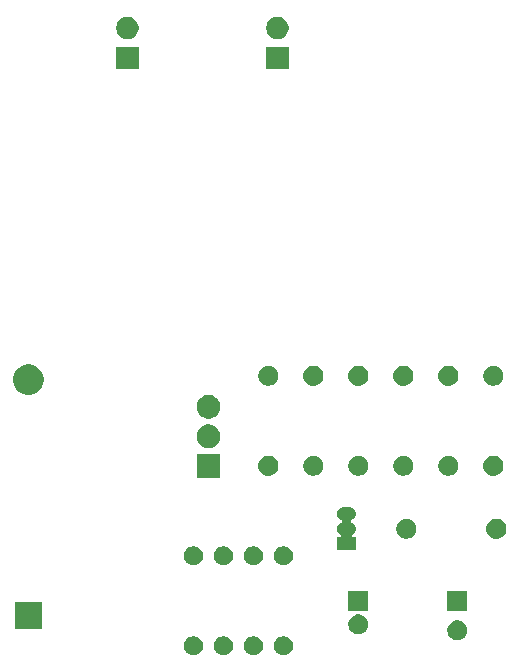
<source format=gts>
G04 #@! TF.GenerationSoftware,KiCad,Pcbnew,(5.0.2)-1*
G04 #@! TF.CreationDate,2019-01-01T16:04:13-08:00*
G04 #@! TF.ProjectId,555_Badge,3535355f-4261-4646-9765-2e6b69636164,v01*
G04 #@! TF.SameCoordinates,Original*
G04 #@! TF.FileFunction,Soldermask,Top*
G04 #@! TF.FilePolarity,Negative*
%FSLAX46Y46*%
G04 Gerber Fmt 4.6, Leading zero omitted, Abs format (unit mm)*
G04 Created by KiCad (PCBNEW (5.0.2)-1) date 1/1/2019 4:04:13 PM*
%MOMM*%
%LPD*%
G01*
G04 APERTURE LIST*
%ADD10C,0.100000*%
G04 APERTURE END LIST*
D10*
G36*
X153399085Y-123932435D02*
X153547004Y-123993705D01*
X153680133Y-124082659D01*
X153793341Y-124195867D01*
X153882295Y-124328996D01*
X153943565Y-124476915D01*
X153974800Y-124633945D01*
X153974800Y-124794055D01*
X153943565Y-124951085D01*
X153882295Y-125099004D01*
X153793341Y-125232133D01*
X153680133Y-125345341D01*
X153547004Y-125434295D01*
X153399085Y-125495565D01*
X153242055Y-125526800D01*
X153081945Y-125526800D01*
X152924915Y-125495565D01*
X152776996Y-125434295D01*
X152643867Y-125345341D01*
X152530659Y-125232133D01*
X152441705Y-125099004D01*
X152380435Y-124951085D01*
X152349200Y-124794055D01*
X152349200Y-124633945D01*
X152380435Y-124476915D01*
X152441705Y-124328996D01*
X152530659Y-124195867D01*
X152643867Y-124082659D01*
X152776996Y-123993705D01*
X152924915Y-123932435D01*
X153081945Y-123901200D01*
X153242055Y-123901200D01*
X153399085Y-123932435D01*
X153399085Y-123932435D01*
G37*
G36*
X155939085Y-123932435D02*
X156087004Y-123993705D01*
X156220133Y-124082659D01*
X156333341Y-124195867D01*
X156422295Y-124328996D01*
X156483565Y-124476915D01*
X156514800Y-124633945D01*
X156514800Y-124794055D01*
X156483565Y-124951085D01*
X156422295Y-125099004D01*
X156333341Y-125232133D01*
X156220133Y-125345341D01*
X156087004Y-125434295D01*
X155939085Y-125495565D01*
X155782055Y-125526800D01*
X155621945Y-125526800D01*
X155464915Y-125495565D01*
X155316996Y-125434295D01*
X155183867Y-125345341D01*
X155070659Y-125232133D01*
X154981705Y-125099004D01*
X154920435Y-124951085D01*
X154889200Y-124794055D01*
X154889200Y-124633945D01*
X154920435Y-124476915D01*
X154981705Y-124328996D01*
X155070659Y-124195867D01*
X155183867Y-124082659D01*
X155316996Y-123993705D01*
X155464915Y-123932435D01*
X155621945Y-123901200D01*
X155782055Y-123901200D01*
X155939085Y-123932435D01*
X155939085Y-123932435D01*
G37*
G36*
X161019085Y-123932435D02*
X161167004Y-123993705D01*
X161300133Y-124082659D01*
X161413341Y-124195867D01*
X161502295Y-124328996D01*
X161563565Y-124476915D01*
X161594800Y-124633945D01*
X161594800Y-124794055D01*
X161563565Y-124951085D01*
X161502295Y-125099004D01*
X161413341Y-125232133D01*
X161300133Y-125345341D01*
X161167004Y-125434295D01*
X161019085Y-125495565D01*
X160862055Y-125526800D01*
X160701945Y-125526800D01*
X160544915Y-125495565D01*
X160396996Y-125434295D01*
X160263867Y-125345341D01*
X160150659Y-125232133D01*
X160061705Y-125099004D01*
X160000435Y-124951085D01*
X159969200Y-124794055D01*
X159969200Y-124633945D01*
X160000435Y-124476915D01*
X160061705Y-124328996D01*
X160150659Y-124195867D01*
X160263867Y-124082659D01*
X160396996Y-123993705D01*
X160544915Y-123932435D01*
X160701945Y-123901200D01*
X160862055Y-123901200D01*
X161019085Y-123932435D01*
X161019085Y-123932435D01*
G37*
G36*
X158479085Y-123932435D02*
X158627004Y-123993705D01*
X158760133Y-124082659D01*
X158873341Y-124195867D01*
X158962295Y-124328996D01*
X159023565Y-124476915D01*
X159054800Y-124633945D01*
X159054800Y-124794055D01*
X159023565Y-124951085D01*
X158962295Y-125099004D01*
X158873341Y-125232133D01*
X158760133Y-125345341D01*
X158627004Y-125434295D01*
X158479085Y-125495565D01*
X158322055Y-125526800D01*
X158161945Y-125526800D01*
X158004915Y-125495565D01*
X157856996Y-125434295D01*
X157723867Y-125345341D01*
X157610659Y-125232133D01*
X157521705Y-125099004D01*
X157460435Y-124951085D01*
X157429200Y-124794055D01*
X157429200Y-124633945D01*
X157460435Y-124476915D01*
X157521705Y-124328996D01*
X157610659Y-124195867D01*
X157723867Y-124082659D01*
X157856996Y-123993705D01*
X158004915Y-123932435D01*
X158161945Y-123901200D01*
X158322055Y-123901200D01*
X158479085Y-123932435D01*
X158479085Y-123932435D01*
G37*
G36*
X175762169Y-122585895D02*
X175917005Y-122650031D01*
X176056354Y-122743140D01*
X176174860Y-122861646D01*
X176267969Y-123000995D01*
X176332105Y-123155831D01*
X176364800Y-123320203D01*
X176364800Y-123487797D01*
X176332105Y-123652169D01*
X176267969Y-123807005D01*
X176174860Y-123946354D01*
X176056354Y-124064860D01*
X175917005Y-124157969D01*
X175762169Y-124222105D01*
X175597797Y-124254800D01*
X175430203Y-124254800D01*
X175265831Y-124222105D01*
X175110995Y-124157969D01*
X174971646Y-124064860D01*
X174853140Y-123946354D01*
X174760031Y-123807005D01*
X174695895Y-123652169D01*
X174663200Y-123487797D01*
X174663200Y-123320203D01*
X174695895Y-123155831D01*
X174760031Y-123000995D01*
X174853140Y-122861646D01*
X174971646Y-122743140D01*
X175110995Y-122650031D01*
X175265831Y-122585895D01*
X175430203Y-122553200D01*
X175597797Y-122553200D01*
X175762169Y-122585895D01*
X175762169Y-122585895D01*
G37*
G36*
X167380169Y-122085895D02*
X167535005Y-122150031D01*
X167674354Y-122243140D01*
X167792860Y-122361646D01*
X167885969Y-122500995D01*
X167950105Y-122655831D01*
X167982800Y-122820203D01*
X167982800Y-122987797D01*
X167950105Y-123152169D01*
X167885969Y-123307005D01*
X167792860Y-123446354D01*
X167674354Y-123564860D01*
X167535005Y-123657969D01*
X167380169Y-123722105D01*
X167215797Y-123754800D01*
X167048203Y-123754800D01*
X166883831Y-123722105D01*
X166728995Y-123657969D01*
X166589646Y-123564860D01*
X166471140Y-123446354D01*
X166378031Y-123307005D01*
X166313895Y-123152169D01*
X166281200Y-122987797D01*
X166281200Y-122820203D01*
X166313895Y-122655831D01*
X166378031Y-122500995D01*
X166471140Y-122361646D01*
X166589646Y-122243140D01*
X166728995Y-122150031D01*
X166883831Y-122085895D01*
X167048203Y-122053200D01*
X167215797Y-122053200D01*
X167380169Y-122085895D01*
X167380169Y-122085895D01*
G37*
G36*
X140327800Y-123309800D02*
X138056200Y-123309800D01*
X138056200Y-121038200D01*
X140327800Y-121038200D01*
X140327800Y-123309800D01*
X140327800Y-123309800D01*
G37*
G36*
X176364800Y-121754800D02*
X174663200Y-121754800D01*
X174663200Y-120053200D01*
X176364800Y-120053200D01*
X176364800Y-121754800D01*
X176364800Y-121754800D01*
G37*
G36*
X167982800Y-121754800D02*
X166281200Y-121754800D01*
X166281200Y-120053200D01*
X167982800Y-120053200D01*
X167982800Y-121754800D01*
X167982800Y-121754800D01*
G37*
G36*
X161019085Y-116312435D02*
X161167004Y-116373705D01*
X161300133Y-116462659D01*
X161413341Y-116575867D01*
X161502295Y-116708996D01*
X161563565Y-116856915D01*
X161594800Y-117013945D01*
X161594800Y-117174055D01*
X161563565Y-117331085D01*
X161502295Y-117479004D01*
X161413341Y-117612133D01*
X161300133Y-117725341D01*
X161167004Y-117814295D01*
X161019085Y-117875565D01*
X160862055Y-117906800D01*
X160701945Y-117906800D01*
X160544915Y-117875565D01*
X160396996Y-117814295D01*
X160263867Y-117725341D01*
X160150659Y-117612133D01*
X160061705Y-117479004D01*
X160000435Y-117331085D01*
X159969200Y-117174055D01*
X159969200Y-117013945D01*
X160000435Y-116856915D01*
X160061705Y-116708996D01*
X160150659Y-116575867D01*
X160263867Y-116462659D01*
X160396996Y-116373705D01*
X160544915Y-116312435D01*
X160701945Y-116281200D01*
X160862055Y-116281200D01*
X161019085Y-116312435D01*
X161019085Y-116312435D01*
G37*
G36*
X155939085Y-116312435D02*
X156087004Y-116373705D01*
X156220133Y-116462659D01*
X156333341Y-116575867D01*
X156422295Y-116708996D01*
X156483565Y-116856915D01*
X156514800Y-117013945D01*
X156514800Y-117174055D01*
X156483565Y-117331085D01*
X156422295Y-117479004D01*
X156333341Y-117612133D01*
X156220133Y-117725341D01*
X156087004Y-117814295D01*
X155939085Y-117875565D01*
X155782055Y-117906800D01*
X155621945Y-117906800D01*
X155464915Y-117875565D01*
X155316996Y-117814295D01*
X155183867Y-117725341D01*
X155070659Y-117612133D01*
X154981705Y-117479004D01*
X154920435Y-117331085D01*
X154889200Y-117174055D01*
X154889200Y-117013945D01*
X154920435Y-116856915D01*
X154981705Y-116708996D01*
X155070659Y-116575867D01*
X155183867Y-116462659D01*
X155316996Y-116373705D01*
X155464915Y-116312435D01*
X155621945Y-116281200D01*
X155782055Y-116281200D01*
X155939085Y-116312435D01*
X155939085Y-116312435D01*
G37*
G36*
X158479085Y-116312435D02*
X158627004Y-116373705D01*
X158760133Y-116462659D01*
X158873341Y-116575867D01*
X158962295Y-116708996D01*
X159023565Y-116856915D01*
X159054800Y-117013945D01*
X159054800Y-117174055D01*
X159023565Y-117331085D01*
X158962295Y-117479004D01*
X158873341Y-117612133D01*
X158760133Y-117725341D01*
X158627004Y-117814295D01*
X158479085Y-117875565D01*
X158322055Y-117906800D01*
X158161945Y-117906800D01*
X158004915Y-117875565D01*
X157856996Y-117814295D01*
X157723867Y-117725341D01*
X157610659Y-117612133D01*
X157521705Y-117479004D01*
X157460435Y-117331085D01*
X157429200Y-117174055D01*
X157429200Y-117013945D01*
X157460435Y-116856915D01*
X157521705Y-116708996D01*
X157610659Y-116575867D01*
X157723867Y-116462659D01*
X157856996Y-116373705D01*
X158004915Y-116312435D01*
X158161945Y-116281200D01*
X158322055Y-116281200D01*
X158479085Y-116312435D01*
X158479085Y-116312435D01*
G37*
G36*
X153399085Y-116312435D02*
X153547004Y-116373705D01*
X153680133Y-116462659D01*
X153793341Y-116575867D01*
X153882295Y-116708996D01*
X153943565Y-116856915D01*
X153974800Y-117013945D01*
X153974800Y-117174055D01*
X153943565Y-117331085D01*
X153882295Y-117479004D01*
X153793341Y-117612133D01*
X153680133Y-117725341D01*
X153547004Y-117814295D01*
X153399085Y-117875565D01*
X153242055Y-117906800D01*
X153081945Y-117906800D01*
X152924915Y-117875565D01*
X152776996Y-117814295D01*
X152643867Y-117725341D01*
X152530659Y-117612133D01*
X152441705Y-117479004D01*
X152380435Y-117331085D01*
X152349200Y-117174055D01*
X152349200Y-117013945D01*
X152380435Y-116856915D01*
X152441705Y-116708996D01*
X152530659Y-116575867D01*
X152643867Y-116462659D01*
X152776996Y-116373705D01*
X152924915Y-116312435D01*
X153081945Y-116281200D01*
X153242055Y-116281200D01*
X153399085Y-116312435D01*
X153399085Y-116312435D01*
G37*
G36*
X166462416Y-112994031D02*
X166473977Y-112995170D01*
X166525889Y-113010918D01*
X166577802Y-113026665D01*
X166632738Y-113056029D01*
X166673486Y-113077809D01*
X166673487Y-113077810D01*
X166673489Y-113077811D01*
X166757359Y-113146641D01*
X166826189Y-113230511D01*
X166877335Y-113326198D01*
X166908830Y-113430024D01*
X166919465Y-113538000D01*
X166908830Y-113645976D01*
X166877335Y-113749802D01*
X166826189Y-113845489D01*
X166757359Y-113929359D01*
X166673489Y-113998189D01*
X166673487Y-113998190D01*
X166673486Y-113998191D01*
X166636126Y-114018160D01*
X166577802Y-114049335D01*
X166564452Y-114053385D01*
X166541817Y-114062760D01*
X166521442Y-114076374D01*
X166504115Y-114093701D01*
X166490502Y-114114076D01*
X166481124Y-114136715D01*
X166476344Y-114160748D01*
X166476344Y-114185253D01*
X166481125Y-114209286D01*
X166490502Y-114231925D01*
X166504116Y-114252300D01*
X166521443Y-114269627D01*
X166541818Y-114283240D01*
X166564452Y-114292615D01*
X166577802Y-114296665D01*
X166632738Y-114326029D01*
X166673486Y-114347809D01*
X166673487Y-114347810D01*
X166673489Y-114347811D01*
X166757359Y-114416641D01*
X166826189Y-114500511D01*
X166877335Y-114596198D01*
X166908830Y-114700024D01*
X166919465Y-114808000D01*
X166908830Y-114915976D01*
X166877335Y-115019802D01*
X166826189Y-115115489D01*
X166757359Y-115199359D01*
X166673489Y-115268189D01*
X166629008Y-115291965D01*
X166608641Y-115305574D01*
X166591314Y-115322901D01*
X166577700Y-115343275D01*
X166568322Y-115365914D01*
X166563542Y-115389948D01*
X166563542Y-115414452D01*
X166568322Y-115438486D01*
X166577700Y-115461125D01*
X166591314Y-115481499D01*
X166608641Y-115498826D01*
X166629015Y-115512440D01*
X166651654Y-115521818D01*
X166675688Y-115526598D01*
X166687940Y-115527200D01*
X166916800Y-115527200D01*
X166916800Y-116628800D01*
X165315200Y-116628800D01*
X165315200Y-115527200D01*
X165544060Y-115527200D01*
X165568446Y-115524798D01*
X165591895Y-115517685D01*
X165613506Y-115506134D01*
X165632448Y-115490588D01*
X165647994Y-115471646D01*
X165659545Y-115450035D01*
X165666658Y-115426586D01*
X165669060Y-115402200D01*
X165666658Y-115377814D01*
X165659545Y-115354365D01*
X165647994Y-115332754D01*
X165632448Y-115313812D01*
X165613506Y-115298266D01*
X165603000Y-115291969D01*
X165558511Y-115268189D01*
X165474641Y-115199359D01*
X165405811Y-115115489D01*
X165354665Y-115019802D01*
X165323170Y-114915976D01*
X165312535Y-114808000D01*
X165323170Y-114700024D01*
X165354665Y-114596198D01*
X165405811Y-114500511D01*
X165474641Y-114416641D01*
X165558511Y-114347811D01*
X165558513Y-114347810D01*
X165558514Y-114347809D01*
X165599262Y-114326029D01*
X165654198Y-114296665D01*
X165667548Y-114292615D01*
X165690183Y-114283240D01*
X165710558Y-114269626D01*
X165727885Y-114252299D01*
X165741498Y-114231924D01*
X165750876Y-114209285D01*
X165755656Y-114185252D01*
X165755656Y-114160747D01*
X165750875Y-114136714D01*
X165741498Y-114114075D01*
X165727884Y-114093700D01*
X165710557Y-114076373D01*
X165690182Y-114062760D01*
X165667548Y-114053385D01*
X165654198Y-114049335D01*
X165595874Y-114018160D01*
X165558514Y-113998191D01*
X165558513Y-113998190D01*
X165558511Y-113998189D01*
X165474641Y-113929359D01*
X165405811Y-113845489D01*
X165354665Y-113749802D01*
X165323170Y-113645976D01*
X165312535Y-113538000D01*
X165323170Y-113430024D01*
X165354665Y-113326198D01*
X165405811Y-113230511D01*
X165474641Y-113146641D01*
X165558511Y-113077811D01*
X165558513Y-113077810D01*
X165558514Y-113077809D01*
X165599262Y-113056029D01*
X165654198Y-113026665D01*
X165706111Y-113010918D01*
X165758023Y-112995170D01*
X165769584Y-112994031D01*
X165838943Y-112987200D01*
X166393057Y-112987200D01*
X166462416Y-112994031D01*
X166462416Y-112994031D01*
G37*
G36*
X178982787Y-113969510D02*
X179143160Y-114018160D01*
X179143162Y-114018161D01*
X179290966Y-114097163D01*
X179420517Y-114203483D01*
X179526837Y-114333034D01*
X179605839Y-114480838D01*
X179605840Y-114480840D01*
X179654490Y-114641213D01*
X179670916Y-114808000D01*
X179654490Y-114974787D01*
X179611808Y-115115486D01*
X179605839Y-115135162D01*
X179526837Y-115282966D01*
X179420517Y-115412517D01*
X179290966Y-115518837D01*
X179143162Y-115597839D01*
X179143160Y-115597840D01*
X178982787Y-115646490D01*
X178857794Y-115658800D01*
X178774206Y-115658800D01*
X178649213Y-115646490D01*
X178488840Y-115597840D01*
X178488838Y-115597839D01*
X178341034Y-115518837D01*
X178211483Y-115412517D01*
X178105163Y-115282966D01*
X178026161Y-115135162D01*
X178020192Y-115115486D01*
X177977510Y-114974787D01*
X177961084Y-114808000D01*
X177977510Y-114641213D01*
X178026160Y-114480840D01*
X178026161Y-114480838D01*
X178105163Y-114333034D01*
X178211483Y-114203483D01*
X178341034Y-114097163D01*
X178488838Y-114018161D01*
X178488840Y-114018160D01*
X178649213Y-113969510D01*
X178774206Y-113957200D01*
X178857794Y-113957200D01*
X178982787Y-113969510D01*
X178982787Y-113969510D01*
G37*
G36*
X171444169Y-113989895D02*
X171599005Y-114054031D01*
X171738354Y-114147140D01*
X171856860Y-114265646D01*
X171949969Y-114404995D01*
X172014105Y-114559831D01*
X172046800Y-114724203D01*
X172046800Y-114891797D01*
X172014105Y-115056169D01*
X171949969Y-115211005D01*
X171856860Y-115350354D01*
X171738354Y-115468860D01*
X171599005Y-115561969D01*
X171444169Y-115626105D01*
X171279797Y-115658800D01*
X171112203Y-115658800D01*
X170947831Y-115626105D01*
X170792995Y-115561969D01*
X170653646Y-115468860D01*
X170535140Y-115350354D01*
X170442031Y-115211005D01*
X170377895Y-115056169D01*
X170345200Y-114891797D01*
X170345200Y-114724203D01*
X170377895Y-114559831D01*
X170442031Y-114404995D01*
X170535140Y-114265646D01*
X170653646Y-114147140D01*
X170792995Y-114054031D01*
X170947831Y-113989895D01*
X171112203Y-113957200D01*
X171279797Y-113957200D01*
X171444169Y-113989895D01*
X171444169Y-113989895D01*
G37*
G36*
X155432800Y-110474800D02*
X153431200Y-110474800D01*
X153431200Y-108473200D01*
X155432800Y-108473200D01*
X155432800Y-110474800D01*
X155432800Y-110474800D01*
G37*
G36*
X175000169Y-108655895D02*
X175155005Y-108720031D01*
X175294354Y-108813140D01*
X175412860Y-108931646D01*
X175505969Y-109070995D01*
X175570105Y-109225831D01*
X175602800Y-109390203D01*
X175602800Y-109557797D01*
X175570105Y-109722169D01*
X175505969Y-109877005D01*
X175412860Y-110016354D01*
X175294354Y-110134860D01*
X175155005Y-110227969D01*
X175000169Y-110292105D01*
X174835797Y-110324800D01*
X174668203Y-110324800D01*
X174503831Y-110292105D01*
X174348995Y-110227969D01*
X174209646Y-110134860D01*
X174091140Y-110016354D01*
X173998031Y-109877005D01*
X173933895Y-109722169D01*
X173901200Y-109557797D01*
X173901200Y-109390203D01*
X173933895Y-109225831D01*
X173998031Y-109070995D01*
X174091140Y-108931646D01*
X174209646Y-108813140D01*
X174348995Y-108720031D01*
X174503831Y-108655895D01*
X174668203Y-108623200D01*
X174835797Y-108623200D01*
X175000169Y-108655895D01*
X175000169Y-108655895D01*
G37*
G36*
X171190169Y-108655895D02*
X171345005Y-108720031D01*
X171484354Y-108813140D01*
X171602860Y-108931646D01*
X171695969Y-109070995D01*
X171760105Y-109225831D01*
X171792800Y-109390203D01*
X171792800Y-109557797D01*
X171760105Y-109722169D01*
X171695969Y-109877005D01*
X171602860Y-110016354D01*
X171484354Y-110134860D01*
X171345005Y-110227969D01*
X171190169Y-110292105D01*
X171025797Y-110324800D01*
X170858203Y-110324800D01*
X170693831Y-110292105D01*
X170538995Y-110227969D01*
X170399646Y-110134860D01*
X170281140Y-110016354D01*
X170188031Y-109877005D01*
X170123895Y-109722169D01*
X170091200Y-109557797D01*
X170091200Y-109390203D01*
X170123895Y-109225831D01*
X170188031Y-109070995D01*
X170281140Y-108931646D01*
X170399646Y-108813140D01*
X170538995Y-108720031D01*
X170693831Y-108655895D01*
X170858203Y-108623200D01*
X171025797Y-108623200D01*
X171190169Y-108655895D01*
X171190169Y-108655895D01*
G37*
G36*
X159678787Y-108635510D02*
X159839160Y-108684160D01*
X159839162Y-108684161D01*
X159986966Y-108763163D01*
X160116517Y-108869483D01*
X160222837Y-108999034D01*
X160301839Y-109146838D01*
X160301840Y-109146840D01*
X160350490Y-109307213D01*
X160366916Y-109474000D01*
X160350490Y-109640787D01*
X160301840Y-109801160D01*
X160301839Y-109801162D01*
X160222837Y-109948966D01*
X160116517Y-110078517D01*
X159986966Y-110184837D01*
X159839162Y-110263839D01*
X159839160Y-110263840D01*
X159678787Y-110312490D01*
X159553794Y-110324800D01*
X159470206Y-110324800D01*
X159345213Y-110312490D01*
X159184840Y-110263840D01*
X159184838Y-110263839D01*
X159037034Y-110184837D01*
X158907483Y-110078517D01*
X158801163Y-109948966D01*
X158722161Y-109801162D01*
X158722160Y-109801160D01*
X158673510Y-109640787D01*
X158657084Y-109474000D01*
X158673510Y-109307213D01*
X158722160Y-109146840D01*
X158722161Y-109146838D01*
X158801163Y-108999034D01*
X158907483Y-108869483D01*
X159037034Y-108763163D01*
X159184838Y-108684161D01*
X159184840Y-108684160D01*
X159345213Y-108635510D01*
X159470206Y-108623200D01*
X159553794Y-108623200D01*
X159678787Y-108635510D01*
X159678787Y-108635510D01*
G37*
G36*
X167380169Y-108655895D02*
X167535005Y-108720031D01*
X167674354Y-108813140D01*
X167792860Y-108931646D01*
X167885969Y-109070995D01*
X167950105Y-109225831D01*
X167982800Y-109390203D01*
X167982800Y-109557797D01*
X167950105Y-109722169D01*
X167885969Y-109877005D01*
X167792860Y-110016354D01*
X167674354Y-110134860D01*
X167535005Y-110227969D01*
X167380169Y-110292105D01*
X167215797Y-110324800D01*
X167048203Y-110324800D01*
X166883831Y-110292105D01*
X166728995Y-110227969D01*
X166589646Y-110134860D01*
X166471140Y-110016354D01*
X166378031Y-109877005D01*
X166313895Y-109722169D01*
X166281200Y-109557797D01*
X166281200Y-109390203D01*
X166313895Y-109225831D01*
X166378031Y-109070995D01*
X166471140Y-108931646D01*
X166589646Y-108813140D01*
X166728995Y-108720031D01*
X166883831Y-108655895D01*
X167048203Y-108623200D01*
X167215797Y-108623200D01*
X167380169Y-108655895D01*
X167380169Y-108655895D01*
G37*
G36*
X163570169Y-108655895D02*
X163725005Y-108720031D01*
X163864354Y-108813140D01*
X163982860Y-108931646D01*
X164075969Y-109070995D01*
X164140105Y-109225831D01*
X164172800Y-109390203D01*
X164172800Y-109557797D01*
X164140105Y-109722169D01*
X164075969Y-109877005D01*
X163982860Y-110016354D01*
X163864354Y-110134860D01*
X163725005Y-110227969D01*
X163570169Y-110292105D01*
X163405797Y-110324800D01*
X163238203Y-110324800D01*
X163073831Y-110292105D01*
X162918995Y-110227969D01*
X162779646Y-110134860D01*
X162661140Y-110016354D01*
X162568031Y-109877005D01*
X162503895Y-109722169D01*
X162471200Y-109557797D01*
X162471200Y-109390203D01*
X162503895Y-109225831D01*
X162568031Y-109070995D01*
X162661140Y-108931646D01*
X162779646Y-108813140D01*
X162918995Y-108720031D01*
X163073831Y-108655895D01*
X163238203Y-108623200D01*
X163405797Y-108623200D01*
X163570169Y-108655895D01*
X163570169Y-108655895D01*
G37*
G36*
X178728787Y-108635510D02*
X178889160Y-108684160D01*
X178889162Y-108684161D01*
X179036966Y-108763163D01*
X179166517Y-108869483D01*
X179272837Y-108999034D01*
X179351839Y-109146838D01*
X179351840Y-109146840D01*
X179400490Y-109307213D01*
X179416916Y-109474000D01*
X179400490Y-109640787D01*
X179351840Y-109801160D01*
X179351839Y-109801162D01*
X179272837Y-109948966D01*
X179166517Y-110078517D01*
X179036966Y-110184837D01*
X178889162Y-110263839D01*
X178889160Y-110263840D01*
X178728787Y-110312490D01*
X178603794Y-110324800D01*
X178520206Y-110324800D01*
X178395213Y-110312490D01*
X178234840Y-110263840D01*
X178234838Y-110263839D01*
X178087034Y-110184837D01*
X177957483Y-110078517D01*
X177851163Y-109948966D01*
X177772161Y-109801162D01*
X177772160Y-109801160D01*
X177723510Y-109640787D01*
X177707084Y-109474000D01*
X177723510Y-109307213D01*
X177772160Y-109146840D01*
X177772161Y-109146838D01*
X177851163Y-108999034D01*
X177957483Y-108869483D01*
X178087034Y-108763163D01*
X178234838Y-108684161D01*
X178234840Y-108684160D01*
X178395213Y-108635510D01*
X178520206Y-108623200D01*
X178603794Y-108623200D01*
X178728787Y-108635510D01*
X178728787Y-108635510D01*
G37*
G36*
X154723922Y-106011660D02*
X154906055Y-106087102D01*
X154906056Y-106087103D01*
X155069973Y-106196628D01*
X155209372Y-106336027D01*
X155282389Y-106445305D01*
X155318898Y-106499945D01*
X155394340Y-106682078D01*
X155432800Y-106875428D01*
X155432800Y-107072572D01*
X155394340Y-107265922D01*
X155318898Y-107448055D01*
X155318897Y-107448056D01*
X155209372Y-107611973D01*
X155069973Y-107751372D01*
X154960695Y-107824389D01*
X154906055Y-107860898D01*
X154723922Y-107936340D01*
X154530572Y-107974800D01*
X154333428Y-107974800D01*
X154140078Y-107936340D01*
X153957945Y-107860898D01*
X153903305Y-107824389D01*
X153794027Y-107751372D01*
X153654628Y-107611973D01*
X153545103Y-107448056D01*
X153545102Y-107448055D01*
X153469660Y-107265922D01*
X153431200Y-107072572D01*
X153431200Y-106875428D01*
X153469660Y-106682078D01*
X153545102Y-106499945D01*
X153581611Y-106445305D01*
X153654628Y-106336027D01*
X153794027Y-106196628D01*
X153957944Y-106087103D01*
X153957945Y-106087102D01*
X154140078Y-106011660D01*
X154333428Y-105973200D01*
X154530572Y-105973200D01*
X154723922Y-106011660D01*
X154723922Y-106011660D01*
G37*
G36*
X154723922Y-103511660D02*
X154906055Y-103587102D01*
X154906056Y-103587103D01*
X155069973Y-103696628D01*
X155209372Y-103836027D01*
X155282389Y-103945305D01*
X155318898Y-103999945D01*
X155394340Y-104182078D01*
X155432800Y-104375428D01*
X155432800Y-104572572D01*
X155394340Y-104765922D01*
X155318898Y-104948055D01*
X155318897Y-104948056D01*
X155209372Y-105111973D01*
X155069973Y-105251372D01*
X154960695Y-105324389D01*
X154906055Y-105360898D01*
X154723922Y-105436340D01*
X154530572Y-105474800D01*
X154333428Y-105474800D01*
X154140078Y-105436340D01*
X153957945Y-105360898D01*
X153903305Y-105324389D01*
X153794027Y-105251372D01*
X153654628Y-105111973D01*
X153545103Y-104948056D01*
X153545102Y-104948055D01*
X153469660Y-104765922D01*
X153431200Y-104572572D01*
X153431200Y-104375428D01*
X153469660Y-104182078D01*
X153545102Y-103999945D01*
X153581611Y-103945305D01*
X153654628Y-103836027D01*
X153794027Y-103696628D01*
X153957944Y-103587103D01*
X153957945Y-103587102D01*
X154140078Y-103511660D01*
X154333428Y-103473200D01*
X154530572Y-103473200D01*
X154723922Y-103511660D01*
X154723922Y-103511660D01*
G37*
G36*
X139571429Y-100923189D02*
X139808159Y-101021245D01*
X140021215Y-101163605D01*
X140202395Y-101344785D01*
X140344755Y-101557841D01*
X140442811Y-101794571D01*
X140492800Y-102045881D01*
X140492800Y-102302119D01*
X140442811Y-102553429D01*
X140344755Y-102790159D01*
X140202395Y-103003215D01*
X140021215Y-103184395D01*
X139808159Y-103326755D01*
X139571429Y-103424811D01*
X139320119Y-103474800D01*
X139063881Y-103474800D01*
X138812571Y-103424811D01*
X138575841Y-103326755D01*
X138362785Y-103184395D01*
X138181605Y-103003215D01*
X138039245Y-102790159D01*
X137941189Y-102553429D01*
X137891200Y-102302119D01*
X137891200Y-102045881D01*
X137941189Y-101794571D01*
X138039245Y-101557841D01*
X138181605Y-101344785D01*
X138362785Y-101163605D01*
X138575841Y-101021245D01*
X138812571Y-100923189D01*
X139063881Y-100873200D01*
X139320119Y-100873200D01*
X139571429Y-100923189D01*
X139571429Y-100923189D01*
G37*
G36*
X171108787Y-101015510D02*
X171269160Y-101064160D01*
X171269162Y-101064161D01*
X171416966Y-101143163D01*
X171546517Y-101249483D01*
X171652837Y-101379034D01*
X171731839Y-101526838D01*
X171731840Y-101526840D01*
X171780490Y-101687213D01*
X171796916Y-101854000D01*
X171780490Y-102020787D01*
X171731840Y-102181160D01*
X171731839Y-102181162D01*
X171652837Y-102328966D01*
X171546517Y-102458517D01*
X171416966Y-102564837D01*
X171269162Y-102643839D01*
X171269160Y-102643840D01*
X171108787Y-102692490D01*
X170983794Y-102704800D01*
X170900206Y-102704800D01*
X170775213Y-102692490D01*
X170614840Y-102643840D01*
X170614838Y-102643839D01*
X170467034Y-102564837D01*
X170337483Y-102458517D01*
X170231163Y-102328966D01*
X170152161Y-102181162D01*
X170152160Y-102181160D01*
X170103510Y-102020787D01*
X170087084Y-101854000D01*
X170103510Y-101687213D01*
X170152160Y-101526840D01*
X170152161Y-101526838D01*
X170231163Y-101379034D01*
X170337483Y-101249483D01*
X170467034Y-101143163D01*
X170614838Y-101064161D01*
X170614840Y-101064160D01*
X170775213Y-101015510D01*
X170900206Y-101003200D01*
X170983794Y-101003200D01*
X171108787Y-101015510D01*
X171108787Y-101015510D01*
G37*
G36*
X167298787Y-101015510D02*
X167459160Y-101064160D01*
X167459162Y-101064161D01*
X167606966Y-101143163D01*
X167736517Y-101249483D01*
X167842837Y-101379034D01*
X167921839Y-101526838D01*
X167921840Y-101526840D01*
X167970490Y-101687213D01*
X167986916Y-101854000D01*
X167970490Y-102020787D01*
X167921840Y-102181160D01*
X167921839Y-102181162D01*
X167842837Y-102328966D01*
X167736517Y-102458517D01*
X167606966Y-102564837D01*
X167459162Y-102643839D01*
X167459160Y-102643840D01*
X167298787Y-102692490D01*
X167173794Y-102704800D01*
X167090206Y-102704800D01*
X166965213Y-102692490D01*
X166804840Y-102643840D01*
X166804838Y-102643839D01*
X166657034Y-102564837D01*
X166527483Y-102458517D01*
X166421163Y-102328966D01*
X166342161Y-102181162D01*
X166342160Y-102181160D01*
X166293510Y-102020787D01*
X166277084Y-101854000D01*
X166293510Y-101687213D01*
X166342160Y-101526840D01*
X166342161Y-101526838D01*
X166421163Y-101379034D01*
X166527483Y-101249483D01*
X166657034Y-101143163D01*
X166804838Y-101064161D01*
X166804840Y-101064160D01*
X166965213Y-101015510D01*
X167090206Y-101003200D01*
X167173794Y-101003200D01*
X167298787Y-101015510D01*
X167298787Y-101015510D01*
G37*
G36*
X163488787Y-101015510D02*
X163649160Y-101064160D01*
X163649162Y-101064161D01*
X163796966Y-101143163D01*
X163926517Y-101249483D01*
X164032837Y-101379034D01*
X164111839Y-101526838D01*
X164111840Y-101526840D01*
X164160490Y-101687213D01*
X164176916Y-101854000D01*
X164160490Y-102020787D01*
X164111840Y-102181160D01*
X164111839Y-102181162D01*
X164032837Y-102328966D01*
X163926517Y-102458517D01*
X163796966Y-102564837D01*
X163649162Y-102643839D01*
X163649160Y-102643840D01*
X163488787Y-102692490D01*
X163363794Y-102704800D01*
X163280206Y-102704800D01*
X163155213Y-102692490D01*
X162994840Y-102643840D01*
X162994838Y-102643839D01*
X162847034Y-102564837D01*
X162717483Y-102458517D01*
X162611163Y-102328966D01*
X162532161Y-102181162D01*
X162532160Y-102181160D01*
X162483510Y-102020787D01*
X162467084Y-101854000D01*
X162483510Y-101687213D01*
X162532160Y-101526840D01*
X162532161Y-101526838D01*
X162611163Y-101379034D01*
X162717483Y-101249483D01*
X162847034Y-101143163D01*
X162994838Y-101064161D01*
X162994840Y-101064160D01*
X163155213Y-101015510D01*
X163280206Y-101003200D01*
X163363794Y-101003200D01*
X163488787Y-101015510D01*
X163488787Y-101015510D01*
G37*
G36*
X178810169Y-101035895D02*
X178965005Y-101100031D01*
X179104354Y-101193140D01*
X179222860Y-101311646D01*
X179315969Y-101450995D01*
X179380105Y-101605831D01*
X179412800Y-101770203D01*
X179412800Y-101937797D01*
X179380105Y-102102169D01*
X179315969Y-102257005D01*
X179222860Y-102396354D01*
X179104354Y-102514860D01*
X178965005Y-102607969D01*
X178810169Y-102672105D01*
X178645797Y-102704800D01*
X178478203Y-102704800D01*
X178313831Y-102672105D01*
X178158995Y-102607969D01*
X178019646Y-102514860D01*
X177901140Y-102396354D01*
X177808031Y-102257005D01*
X177743895Y-102102169D01*
X177711200Y-101937797D01*
X177711200Y-101770203D01*
X177743895Y-101605831D01*
X177808031Y-101450995D01*
X177901140Y-101311646D01*
X178019646Y-101193140D01*
X178158995Y-101100031D01*
X178313831Y-101035895D01*
X178478203Y-101003200D01*
X178645797Y-101003200D01*
X178810169Y-101035895D01*
X178810169Y-101035895D01*
G37*
G36*
X159760169Y-101035895D02*
X159915005Y-101100031D01*
X160054354Y-101193140D01*
X160172860Y-101311646D01*
X160265969Y-101450995D01*
X160330105Y-101605831D01*
X160362800Y-101770203D01*
X160362800Y-101937797D01*
X160330105Y-102102169D01*
X160265969Y-102257005D01*
X160172860Y-102396354D01*
X160054354Y-102514860D01*
X159915005Y-102607969D01*
X159760169Y-102672105D01*
X159595797Y-102704800D01*
X159428203Y-102704800D01*
X159263831Y-102672105D01*
X159108995Y-102607969D01*
X158969646Y-102514860D01*
X158851140Y-102396354D01*
X158758031Y-102257005D01*
X158693895Y-102102169D01*
X158661200Y-101937797D01*
X158661200Y-101770203D01*
X158693895Y-101605831D01*
X158758031Y-101450995D01*
X158851140Y-101311646D01*
X158969646Y-101193140D01*
X159108995Y-101100031D01*
X159263831Y-101035895D01*
X159428203Y-101003200D01*
X159595797Y-101003200D01*
X159760169Y-101035895D01*
X159760169Y-101035895D01*
G37*
G36*
X174918787Y-101015510D02*
X175079160Y-101064160D01*
X175079162Y-101064161D01*
X175226966Y-101143163D01*
X175356517Y-101249483D01*
X175462837Y-101379034D01*
X175541839Y-101526838D01*
X175541840Y-101526840D01*
X175590490Y-101687213D01*
X175606916Y-101854000D01*
X175590490Y-102020787D01*
X175541840Y-102181160D01*
X175541839Y-102181162D01*
X175462837Y-102328966D01*
X175356517Y-102458517D01*
X175226966Y-102564837D01*
X175079162Y-102643839D01*
X175079160Y-102643840D01*
X174918787Y-102692490D01*
X174793794Y-102704800D01*
X174710206Y-102704800D01*
X174585213Y-102692490D01*
X174424840Y-102643840D01*
X174424838Y-102643839D01*
X174277034Y-102564837D01*
X174147483Y-102458517D01*
X174041163Y-102328966D01*
X173962161Y-102181162D01*
X173962160Y-102181160D01*
X173913510Y-102020787D01*
X173897084Y-101854000D01*
X173913510Y-101687213D01*
X173962160Y-101526840D01*
X173962161Y-101526838D01*
X174041163Y-101379034D01*
X174147483Y-101249483D01*
X174277034Y-101143163D01*
X174424838Y-101064161D01*
X174424840Y-101064160D01*
X174585213Y-101015510D01*
X174710206Y-101003200D01*
X174793794Y-101003200D01*
X174918787Y-101015510D01*
X174918787Y-101015510D01*
G37*
G36*
X148524800Y-75880800D02*
X146623200Y-75880800D01*
X146623200Y-73979200D01*
X148524800Y-73979200D01*
X148524800Y-75880800D01*
X148524800Y-75880800D01*
G37*
G36*
X161224800Y-75880800D02*
X159323200Y-75880800D01*
X159323200Y-73979200D01*
X161224800Y-73979200D01*
X161224800Y-75880800D01*
X161224800Y-75880800D01*
G37*
G36*
X147851338Y-71475738D02*
X148024373Y-71547412D01*
X148180100Y-71651465D01*
X148312535Y-71783900D01*
X148416588Y-71939627D01*
X148488262Y-72112662D01*
X148524800Y-72296354D01*
X148524800Y-72483646D01*
X148488262Y-72667338D01*
X148416588Y-72840373D01*
X148312535Y-72996100D01*
X148180100Y-73128535D01*
X148024373Y-73232588D01*
X147851338Y-73304262D01*
X147667646Y-73340800D01*
X147480354Y-73340800D01*
X147296662Y-73304262D01*
X147123627Y-73232588D01*
X146967900Y-73128535D01*
X146835465Y-72996100D01*
X146731412Y-72840373D01*
X146659738Y-72667338D01*
X146623200Y-72483646D01*
X146623200Y-72296354D01*
X146659738Y-72112662D01*
X146731412Y-71939627D01*
X146835465Y-71783900D01*
X146967900Y-71651465D01*
X147123627Y-71547412D01*
X147296662Y-71475738D01*
X147480354Y-71439200D01*
X147667646Y-71439200D01*
X147851338Y-71475738D01*
X147851338Y-71475738D01*
G37*
G36*
X160551338Y-71475738D02*
X160724373Y-71547412D01*
X160880100Y-71651465D01*
X161012535Y-71783900D01*
X161116588Y-71939627D01*
X161188262Y-72112662D01*
X161224800Y-72296354D01*
X161224800Y-72483646D01*
X161188262Y-72667338D01*
X161116588Y-72840373D01*
X161012535Y-72996100D01*
X160880100Y-73128535D01*
X160724373Y-73232588D01*
X160551338Y-73304262D01*
X160367646Y-73340800D01*
X160180354Y-73340800D01*
X159996662Y-73304262D01*
X159823627Y-73232588D01*
X159667900Y-73128535D01*
X159535465Y-72996100D01*
X159431412Y-72840373D01*
X159359738Y-72667338D01*
X159323200Y-72483646D01*
X159323200Y-72296354D01*
X159359738Y-72112662D01*
X159431412Y-71939627D01*
X159535465Y-71783900D01*
X159667900Y-71651465D01*
X159823627Y-71547412D01*
X159996662Y-71475738D01*
X160180354Y-71439200D01*
X160367646Y-71439200D01*
X160551338Y-71475738D01*
X160551338Y-71475738D01*
G37*
M02*

</source>
